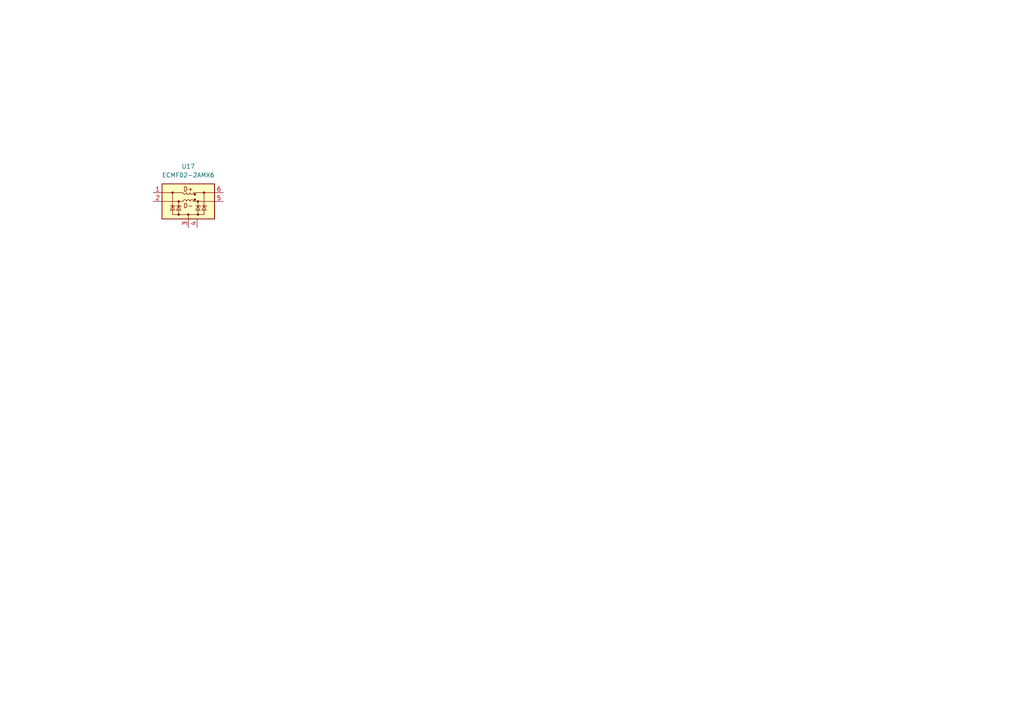
<source format=kicad_sch>
(kicad_sch (version 20250114) (generator "eeschema") (generator_version "9.0")
  (paper "A4")
  (lib_symbols
    (symbol "Power_Protection:ECMF02-2AMX6" (pin_names (offset 0.0254) (hide yes))
      (property "Reference" "U" (at 0 10.16 0))
      (property "Value" "ECMF02-2AMX6" (at 0 7.62 0))
      (symbol "ECMF02-2AMX6_0_1"
        (rectangle (start -7.62 5.08) (end 7.62 -5.08) (stroke (width 0.254)) (fill (type background)))
        (polyline (pts (xy -7.62 2.54) (xy -1.524 2.54)))
        (polyline (pts (xy -7.62 0) (xy -1.524 0)))
        (polyline (pts (xy -4.572 2.54) (xy -4.572 -3.81)))
        (polyline (pts (xy -4.572 -3.81) (xy 4.572 -3.81)))
        (polyline (pts (xy -2.794 0) (xy -2.794 -3.81)))
        (arc (start -0.508 2.5023) (mid -1.016 2.0306) (end -1.524 2.5023))
        (arc (start -1.524 0.0377) (mid -1.016 0.5094) (end -0.508 0.0377))
        (arc (start 0.508 2.5023) (mid 0 2.0306) (end -0.508 2.5023))
        (arc (start -0.508 0.0377) (mid 0 0.5094) (end 0.508 0.0377))
        (polyline (pts (xy 0 -5.08) (xy 0 -3.81)))
        (arc (start 1.524 2.5023) (mid 1.016 2.0306) (end 0.508 2.5023))
        (arc (start 0.508 0.0377) (mid 1.016 0.5094) (end 1.524 0.0377))
        (polyline (pts (xy 2.54 2.54) (xy 1.524 2.54)))
        (polyline (pts (xy 2.54 2.54) (xy 7.62 2.54)))
        (polyline (pts (xy 2.54 0) (xy 1.524 0)))
        (polyline (pts (xy 2.54 0) (xy 7.62 0)))
        (polyline (pts (xy 2.794 0) (xy 2.794 -3.81)))
        (polyline (pts (xy 4.572 2.54) (xy 4.572 -3.81)))
        (text "D+" (at 0 3.556 0) (effects (font (size 1.27 1.27))))
        (text "D-" (at 0 -1.27 0) (effects (font (size 1.27 1.27))))
      )
      (symbol "ECMF02-2AMX6_1_1"
        (polyline (pts (xy -5.207 -2.54) (xy -3.937 -2.54) (xy -4.572 -1.27) (xy -5.207 -2.54)))
        (circle (center -4.572 2.54) (radius 0.254) (fill (type outline)))
        (polyline (pts (xy -3.937 -1.651) (xy -3.937 -1.27) (xy -5.207 -1.27)))
        (polyline (pts (xy -3.429 -2.54) (xy -2.159 -2.54) (xy -2.794 -1.27) (xy -3.429 -2.54)))
        (circle (center -2.794 0) (radius 0.254) (fill (type outline)))
        (circle (center -2.794 -3.81) (radius 0.254) (fill (type outline)))
        (polyline (pts (xy -2.159 -1.651) (xy -2.159 -1.27) (xy -3.429 -1.27)))
        (circle (center 0 -3.81) (radius 0.254) (fill (type outline)))
        (circle (center 1.905 2.032) (radius 0.254) (fill (type outline)))
        (circle (center 1.905 0.508) (radius 0.254) (fill (type outline)))
        (circle (center 2.794 0) (radius 0.254) (fill (type outline)))
        (circle (center 2.794 -3.81) (radius 0.254) (fill (type outline)))
        (polyline (pts (xy 3.429 -1.651) (xy 3.429 -1.27) (xy 2.159 -1.27)))
        (polyline (pts (xy 3.429 -2.54) (xy 2.159 -2.54) (xy 2.794 -1.27) (xy 3.429 -2.54)))
        (circle (center 4.572 2.54) (radius 0.254) (fill (type outline)))
        (polyline (pts (xy 5.207 -1.651) (xy 5.207 -1.27) (xy 3.937 -1.27)))
        (polyline (pts (xy 5.207 -2.54) (xy 3.937 -2.54) (xy 4.572 -1.27) (xy 5.207 -2.54)))
        (pin passive line (at -10.16 2.54 0) (length 2.54) (name "D+_in") (number "1"))
        (pin passive line (at -10.16 0 0) (length 2.54) (name "D-_in") (number "2"))
        (pin power_in line (at 0 -7.62 90) (length 2.54) (name "GND") (number "3"))
        (pin free line (at 2.54 -7.62 90) (length 2.54) (name "NC") (number "4"))
        (pin passive line (at 10.16 2.54 180) (length 2.54) (name "D+_out") (number "6"))
        (pin passive line (at 10.16 0 180) (length 2.54) (name "D-_out") (number "5"))
      )
    )
  )
  (symbol (lib_id "Power_Protection:ECMF02-2AMX6") (at 54.61 58.42 0) (unit 1)
    (property "Reference" "U17" (at 54.61 48.26 0))
    (property "Value" "ECMF02-2AMX6" (at 54.61 50.8 0))
    (property "Footprint" "Package_DFN_QFN:ST_UQFN-6L_1.5x1.7mm_P0.5mm" (effects (hide yes)))
    (property "Datasheet" "https://www.st.com/resource/en/datasheet/ecmf02-2amx6.pdf" (effects (hide yes)))
    (property "Description" "Single Pair Common Mode Filter with ESD Protection, UQFN-6L" (effects (hide yes)))
  )
)
</source>
